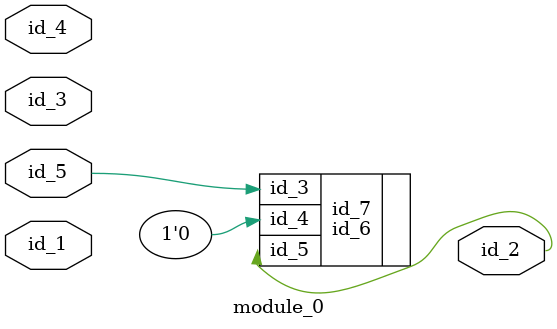
<source format=v>
module module_0 (
    id_1,
    id_2,
    id_3,
    id_4,
    id_5
);
  input id_5;
  input id_4;
  input id_3;
  output id_2;
  input id_1;
  id_6 id_7 (
      .id_5(id_2),
      .id_3(id_5),
      .id_4(1'b0)
  );
endmodule

</source>
